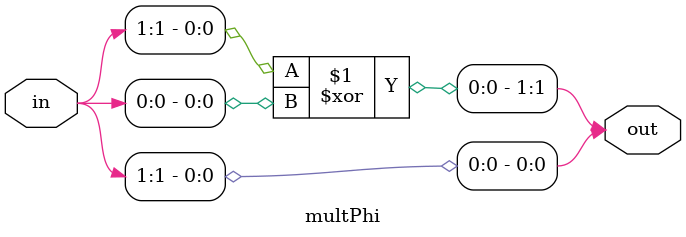
<source format=v>
module multPhi(in,out);
input wire [1:0] in;
output wire [1:0] out;

assign out[1] = in[1] ^ in[0];
assign out[0] = in[1];
endmodule
</source>
